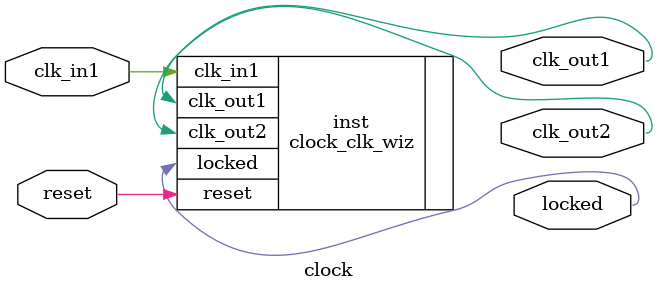
<source format=v>


`timescale 1ps/1ps

(* CORE_GENERATION_INFO = "clock,clk_wiz_v6_0_6_0_0,{component_name=clock,use_phase_alignment=true,use_min_o_jitter=false,use_max_i_jitter=false,use_dyn_phase_shift=false,use_inclk_switchover=false,use_dyn_reconfig=false,enable_axi=0,feedback_source=FDBK_AUTO,PRIMITIVE=MMCM,num_out_clk=2,clkin1_period=20.000,clkin2_period=10.0,use_power_down=false,use_reset=true,use_locked=true,use_inclk_stopped=false,feedback_type=SINGLE,CLOCK_MGR_TYPE=NA,manual_override=false}" *)

module clock 
 (
  // Clock out ports
  output        clk_out1,
  output        clk_out2,
  // Status and control signals
  input         reset,
  output        locked,
 // Clock in ports
  input         clk_in1
 );

  clock_clk_wiz inst
  (
  // Clock out ports  
  .clk_out1(clk_out1),
  .clk_out2(clk_out2),
  // Status and control signals               
  .reset(reset), 
  .locked(locked),
 // Clock in ports
  .clk_in1(clk_in1)
  );

endmodule

</source>
